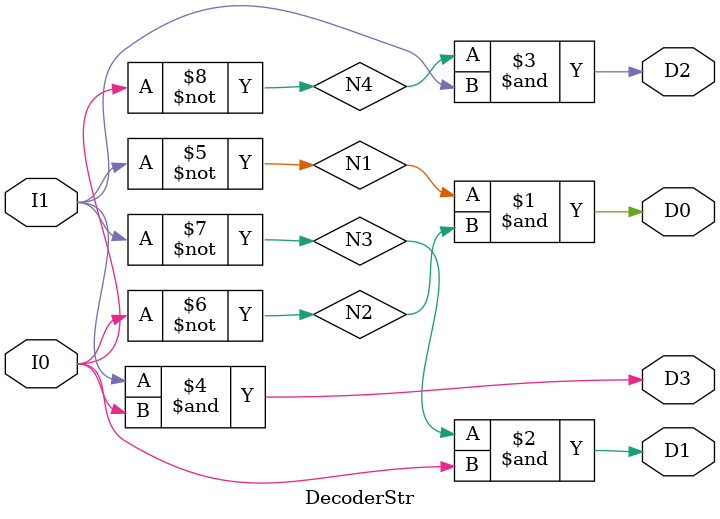
<source format=v>
`timescale 1ns / 1ps
module DecoderStr(I1, I0, D3, D2, D1, D0);

input I1, I0;
output D3, D2, D1, D0;

wire N1, N2, N3, N4;

not Inv_1(N1, I1);
not Inv_2(N2, I0);
and And_1(D0, N1, N2);

not Inv_3(N3, I1);
and And_2(D1, N3, I0);

not Inv_4(N4, I0);
and And_3(D2, N4, I1);

and And_4(D3, I1, I0);

endmodule

</source>
